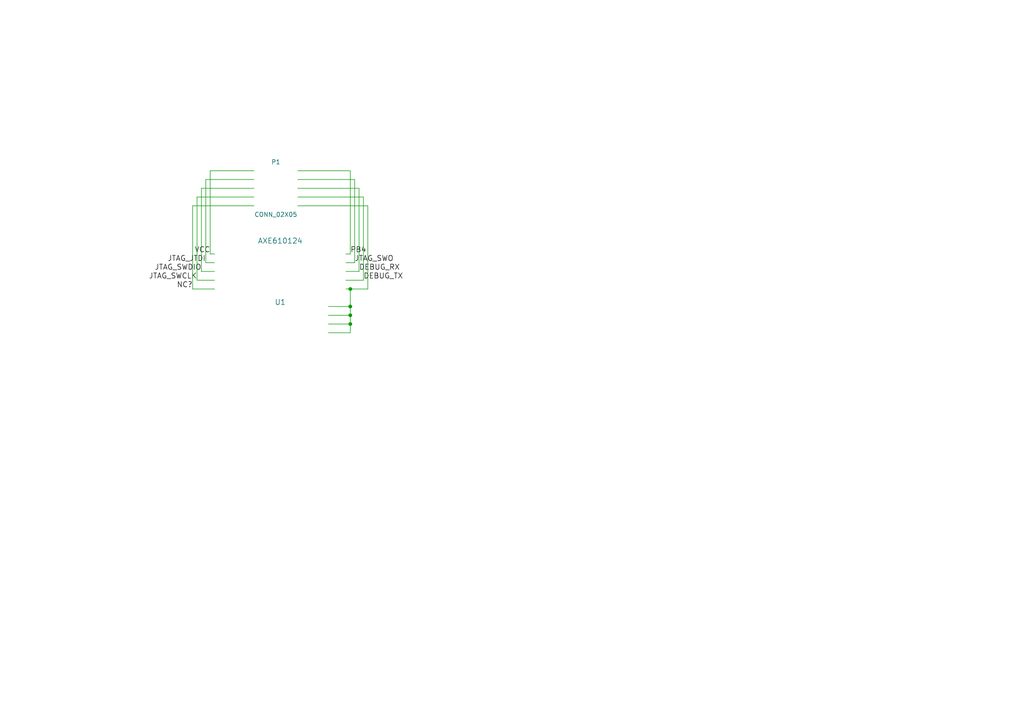
<source format=kicad_sch>
(kicad_sch (version 20230121) (generator eeschema)
  (paper "A4")
  (lib_symbols)
  (junction (at 101.6 91.44))
  (junction (at 101.6 83.82))
  (junction (at 101.6 93.98))
  (junction (at 101.6 88.9))
  (wire (pts (xy 100.33 81.28) (xy 105.41 81.28)))
  (wire (pts (xy 104.14 78.74) (xy 104.14 54.61)))
  (wire (pts (xy 62.23 76.2) (xy 59.69 76.2)))
  (wire (pts (xy 60.96 73.66) (xy 60.96 49.53)))
  (wire (pts (xy 101.6 91.44) (xy 95.25 91.44)))
  (wire (pts (xy 58.42 78.74) (xy 58.42 54.61)))
  (wire (pts (xy 57.15 57.15) (xy 73.66 57.15)))
  (wire (pts (xy 102.87 52.07) (xy 86.36 52.07)))
  (wire (pts (xy 55.88 83.82) (xy 55.88 59.69)))
  (wire (pts (xy 101.6 96.52) (xy 95.25 96.52)))
  (wire (pts (xy 57.15 81.28) (xy 57.15 57.15)))
  (wire (pts (xy 62.23 73.66) (xy 60.96 73.66)))
  (wire (pts (xy 60.96 49.53) (xy 73.66 49.53)))
  (wire (pts (xy 106.68 83.82) (xy 106.68 59.69)))
  (wire (pts (xy 105.41 81.28) (xy 105.41 57.15)))
  (wire (pts (xy 100.33 76.2) (xy 102.87 76.2)))
  (wire (pts (xy 62.23 78.74) (xy 58.42 78.74)))
  (wire (pts (xy 101.6 83.82) (xy 106.68 83.82)))
  (wire (pts (xy 101.6 93.98) (xy 101.6 96.52)))
  (wire (pts (xy 101.6 83.82) (xy 101.6 88.9)))
  (wire (pts (xy 101.6 73.66) (xy 101.6 49.53)))
  (wire (pts (xy 104.14 54.61) (xy 86.36 54.61)))
  (wire (pts (xy 100.33 78.74) (xy 104.14 78.74)))
  (wire (pts (xy 55.88 59.69) (xy 73.66 59.69)))
  (wire (pts (xy 105.41 57.15) (xy 86.36 57.15)))
  (wire (pts (xy 101.6 93.98) (xy 95.25 93.98)))
  (wire (pts (xy 101.6 88.9) (xy 101.6 91.44)))
  (wire (pts (xy 62.23 81.28) (xy 57.15 81.28)))
  (wire (pts (xy 100.33 73.66) (xy 101.6 73.66)))
  (wire (pts (xy 101.6 88.9) (xy 95.25 88.9)))
  (wire (pts (xy 101.6 91.44) (xy 101.6 93.98)))
  (wire (pts (xy 58.42 54.61) (xy 73.66 54.61)))
  (wire (pts (xy 62.23 83.82) (xy 55.88 83.82)))
  (wire (pts (xy 106.68 59.69) (xy 86.36 59.69)))
  (wire (pts (xy 59.69 52.07) (xy 73.66 52.07)))
  (wire (pts (xy 102.87 76.2) (xy 102.87 52.07)))
  (wire (pts (xy 100.33 83.82) (xy 101.6 83.82)))
  (wire (pts (xy 101.6 49.53) (xy 86.36 49.53)))
  (wire (pts (xy 59.69 76.2) (xy 59.69 52.07)))
  (label "JTAG_SWDIO" (at 58.42 78.74 180) (effects (font (size 1.524 1.524))))
  (label "JTAG_SWCLK" (at 57.15 81.28 180) (effects (font (size 1.524 1.524))))
  (label "JTAG_JTDI" (at 59.69 76.2 180) (effects (font (size 1.524 1.524))))
  (label "DEBUG_TX" (at 105.41 81.28 0) (effects (font (size 1.524 1.524))))
  (label "PB4" (at 101.6 73.66 0) (effects (font (size 1.524 1.524))))
  (label "NC?" (at 55.88 83.82 180) (effects (font (size 1.524 1.524))))
  (label "JTAG_SWO" (at 102.87 76.2 0) (effects (font (size 1.524 1.524))))
  (label "VCC" (at 60.96 73.66 180) (effects (font (size 1.524 1.524))))
  (label "DEBUG_RX" (at 104.14 78.74 0) (effects (font (size 1.524 1.524))))
  (symbol (lib_id "AXE610124") (at 81.28 78.74 0) (unit 1)
    (property "Reference" "U1" (at 81.28 87.63 0) (effects (font (size 1.524 1.524))))
    (property "Value" "AXE610124" (at 81.28 69.85 0) (effects (font (size 1.524 1.524))))
    (property "Footprint" "NQBit:AXE610124" (effects hide))
  )
  (symbol (lib_id "GND") (at 101.6 96.52 0) (unit 1)
    (property "Reference" "#PWR01" (effects hide))
    (property "Value" "GND" (at 101.6 100.33 0))
  )
  (symbol (lib_id "CONN_02X05") (at 80.01 54.61 0) (unit 1)
    (property "Reference" "P1" (at 80.01 46.99 0))
    (property "Value" "CONN_02X05" (at 80.01 62.23 0))
    (property "Footprint" "Pin_Headers:Pin_Header_Straight_2x05" (effects hide))
  )
)
</source>
